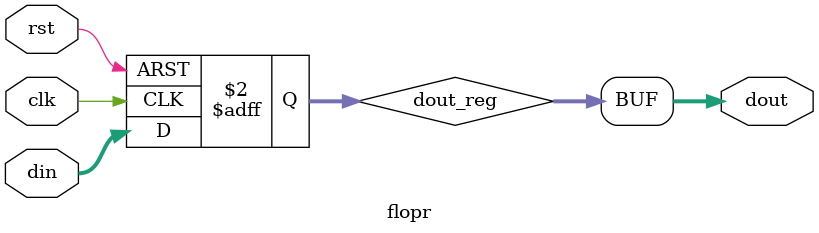
<source format=v>
`timescale 1ns / 1ps
 


module flopr #(parameter WIDTH = 8)(
    input              clk,
    input              rst,
    input  [WIDTH-1:0] din,
    output [WIDTH-1:0] dout
);
    reg [WIDTH-1:0] dout_reg;
    
    always @(posedge clk or posedge rst) begin
        if(rst)
            dout_reg <= 0;
        else
            dout_reg <= din;
    end
    
    assign dout = dout_reg;
    
endmodule

</source>
